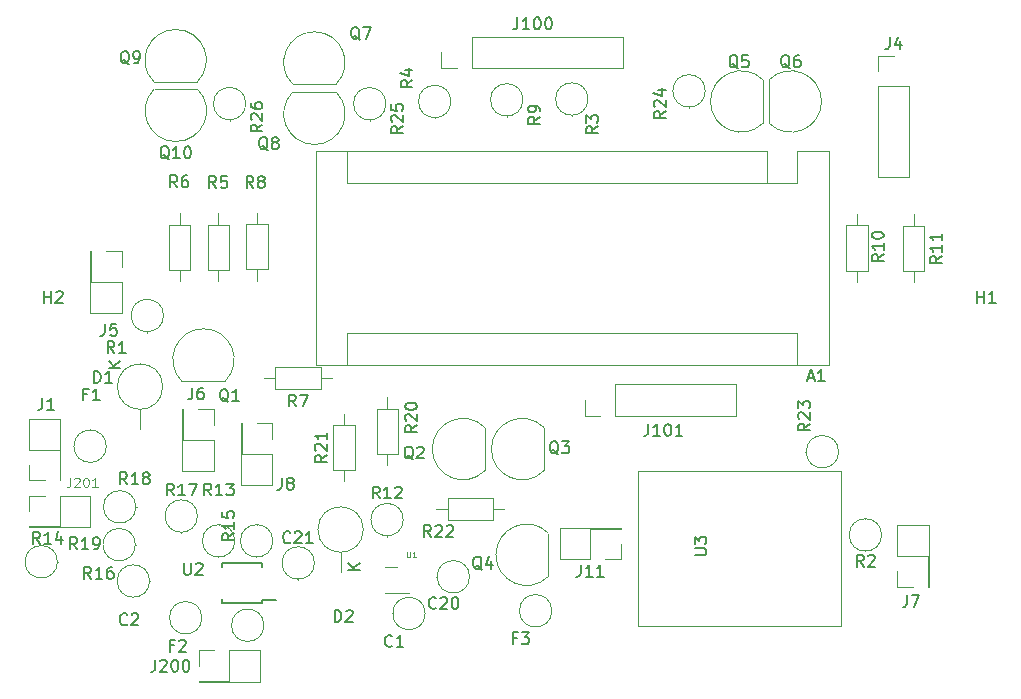
<source format=gbr>
%TF.GenerationSoftware,KiCad,Pcbnew,(5.1.9)-1*%
%TF.CreationDate,2022-03-31T17:20:55+02:00*%
%TF.ProjectId,Balance ruche,42616c61-6e63-4652-9072-756368652e6b,rev?*%
%TF.SameCoordinates,Original*%
%TF.FileFunction,Legend,Top*%
%TF.FilePolarity,Positive*%
%FSLAX46Y46*%
G04 Gerber Fmt 4.6, Leading zero omitted, Abs format (unit mm)*
G04 Created by KiCad (PCBNEW (5.1.9)-1) date 2022-03-31 17:20:55*
%MOMM*%
%LPD*%
G01*
G04 APERTURE LIST*
%ADD10C,0.120000*%
%ADD11C,0.050000*%
%ADD12C,0.150000*%
%ADD13C,0.100000*%
G04 APERTURE END LIST*
D10*
%TO.C,Q8*%
X181590000Y-82860000D02*
X177990000Y-82860000D01*
X177951522Y-82871522D02*
G75*
G03*
X179790000Y-87310000I1838478J-1838478D01*
G01*
X181628478Y-82871522D02*
G75*
G02*
X179790000Y-87310000I-1838478J-1838478D01*
G01*
%TO.C,R6*%
X167450000Y-97940000D02*
X169290000Y-97940000D01*
X169290000Y-97940000D02*
X169290000Y-94100000D01*
X169290000Y-94100000D02*
X167450000Y-94100000D01*
X167450000Y-94100000D02*
X167450000Y-97940000D01*
X168370000Y-98890000D02*
X168370000Y-97940000D01*
X168370000Y-93150000D02*
X168370000Y-94100000D01*
%TO.C,R5*%
X170740000Y-97940000D02*
X172580000Y-97940000D01*
X172580000Y-97940000D02*
X172580000Y-94100000D01*
X172580000Y-94100000D02*
X170740000Y-94100000D01*
X170740000Y-94100000D02*
X170740000Y-97940000D01*
X171660000Y-98890000D02*
X171660000Y-97940000D01*
X171660000Y-93150000D02*
X171660000Y-94100000D01*
%TO.C,A1*%
X218120000Y-90570000D02*
X220660000Y-90570000D01*
X220660000Y-90570000D02*
X220660000Y-87900000D01*
X218120000Y-87900000D02*
X179890000Y-87900000D01*
X223330000Y-87900000D02*
X220660000Y-87900000D01*
X220660000Y-103270000D02*
X220660000Y-105940000D01*
X220660000Y-103270000D02*
X182560000Y-103270000D01*
X182560000Y-103270000D02*
X182560000Y-105940000D01*
X218120000Y-90570000D02*
X218120000Y-87900000D01*
X218120000Y-90570000D02*
X182560000Y-90570000D01*
X182560000Y-90570000D02*
X182560000Y-87900000D01*
X179890000Y-87900000D02*
X179890000Y-105940000D01*
X179890000Y-105940000D02*
X223330000Y-105940000D01*
X223330000Y-105940000D02*
X223330000Y-87900000D01*
%TO.C,R21*%
X181380000Y-114880000D02*
X183220000Y-114880000D01*
X183220000Y-114880000D02*
X183220000Y-111040000D01*
X183220000Y-111040000D02*
X181380000Y-111040000D01*
X181380000Y-111040000D02*
X181380000Y-114880000D01*
X182300000Y-115830000D02*
X182300000Y-114880000D01*
X182300000Y-110090000D02*
X182300000Y-111040000D01*
%TO.C,R20*%
X186890000Y-109670000D02*
X185050000Y-109670000D01*
X185050000Y-109670000D02*
X185050000Y-113510000D01*
X185050000Y-113510000D02*
X186890000Y-113510000D01*
X186890000Y-113510000D02*
X186890000Y-109670000D01*
X185970000Y-108720000D02*
X185970000Y-109670000D01*
X185970000Y-114460000D02*
X185970000Y-113510000D01*
%TO.C,R7*%
X180320000Y-108030000D02*
X180320000Y-106190000D01*
X180320000Y-106190000D02*
X176480000Y-106190000D01*
X176480000Y-106190000D02*
X176480000Y-108030000D01*
X176480000Y-108030000D02*
X180320000Y-108030000D01*
X181270000Y-107110000D02*
X180320000Y-107110000D01*
X175530000Y-107110000D02*
X176480000Y-107110000D01*
%TO.C,R22*%
X191060000Y-117270000D02*
X191060000Y-119110000D01*
X191060000Y-119110000D02*
X194900000Y-119110000D01*
X194900000Y-119110000D02*
X194900000Y-117270000D01*
X194900000Y-117270000D02*
X191060000Y-117270000D01*
X190110000Y-118190000D02*
X191060000Y-118190000D01*
X195850000Y-118190000D02*
X194900000Y-118190000D01*
%TO.C,R8*%
X174000000Y-97880000D02*
X175840000Y-97880000D01*
X175840000Y-97880000D02*
X175840000Y-94040000D01*
X175840000Y-94040000D02*
X174000000Y-94040000D01*
X174000000Y-94040000D02*
X174000000Y-97880000D01*
X174920000Y-98830000D02*
X174920000Y-97880000D01*
X174920000Y-93090000D02*
X174920000Y-94040000D01*
%TO.C,R11*%
X229600000Y-98020000D02*
X231440000Y-98020000D01*
X231440000Y-98020000D02*
X231440000Y-94180000D01*
X231440000Y-94180000D02*
X229600000Y-94180000D01*
X229600000Y-94180000D02*
X229600000Y-98020000D01*
X230520000Y-98970000D02*
X230520000Y-98020000D01*
X230520000Y-93230000D02*
X230520000Y-94180000D01*
%TO.C,R10*%
X224800000Y-98010000D02*
X226640000Y-98010000D01*
X226640000Y-98010000D02*
X226640000Y-94170000D01*
X226640000Y-94170000D02*
X224800000Y-94170000D01*
X224800000Y-94170000D02*
X224800000Y-98010000D01*
X225720000Y-98960000D02*
X225720000Y-98010000D01*
X225720000Y-93220000D02*
X225720000Y-94170000D01*
%TO.C,C2*%
X170260000Y-127380000D02*
G75*
G03*
X170260000Y-127380000I-1370000J0D01*
G01*
X167520000Y-127380000D02*
X167450000Y-127380000D01*
%TO.C,C21*%
X179790000Y-122740000D02*
G75*
G03*
X179790000Y-122740000I-1370000J0D01*
G01*
X178420000Y-124110000D02*
X178420000Y-124180000D01*
%TO.C,C1*%
X189170000Y-127020000D02*
G75*
G03*
X189170000Y-127020000I-1370000J0D01*
G01*
X186430000Y-127020000D02*
X186360000Y-127020000D01*
%TO.C,C20*%
X192920000Y-123910000D02*
G75*
G03*
X192920000Y-123910000I-1370000J0D01*
G01*
X190180000Y-123910000D02*
X190110000Y-123910000D01*
%TO.C,R26*%
X173980000Y-83850000D02*
G75*
G03*
X173980000Y-83850000I-1370000J0D01*
G01*
X172610000Y-85220000D02*
X172610000Y-85290000D01*
%TO.C,R25*%
X185840000Y-83860000D02*
G75*
G03*
X185840000Y-83860000I-1370000J0D01*
G01*
X184470000Y-85230000D02*
X184470000Y-85300000D01*
%TO.C,R24*%
X212880000Y-82770000D02*
G75*
G03*
X212880000Y-82770000I-1370000J0D01*
G01*
X211510000Y-84140000D02*
X211510000Y-84210000D01*
%TO.C,R23*%
X224170000Y-113320000D02*
G75*
G03*
X224170000Y-113320000I-1370000J0D01*
G01*
X221430000Y-113320000D02*
X221360000Y-113320000D01*
%TO.C,R19*%
X164630000Y-121190000D02*
G75*
G03*
X164630000Y-121190000I-1370000J0D01*
G01*
X164630000Y-121190000D02*
X164700000Y-121190000D01*
%TO.C,R18*%
X164670000Y-117990000D02*
G75*
G03*
X164670000Y-117990000I-1370000J0D01*
G01*
X164670000Y-117990000D02*
X164740000Y-117990000D01*
%TO.C,R17*%
X169890000Y-118770000D02*
G75*
G03*
X169890000Y-118770000I-1370000J0D01*
G01*
X168520000Y-120140000D02*
X168520000Y-120210000D01*
%TO.C,R16*%
X165830000Y-124270000D02*
G75*
G03*
X165830000Y-124270000I-1370000J0D01*
G01*
X165830000Y-124270000D02*
X165900000Y-124270000D01*
%TO.C,R15*%
X176270000Y-120870000D02*
G75*
G03*
X176270000Y-120870000I-1370000J0D01*
G01*
X174900000Y-119500000D02*
X174900000Y-119430000D01*
%TO.C,R14*%
X158030000Y-122640000D02*
G75*
G03*
X158030000Y-122640000I-1370000J0D01*
G01*
X158030000Y-122640000D02*
X158100000Y-122640000D01*
%TO.C,R13*%
X173050000Y-120870000D02*
G75*
G03*
X173050000Y-120870000I-1370000J0D01*
G01*
X171680000Y-119500000D02*
X171680000Y-119430000D01*
%TO.C,R12*%
X187310000Y-119070000D02*
G75*
G03*
X187310000Y-119070000I-1370000J0D01*
G01*
X185940000Y-120440000D02*
X185940000Y-120510000D01*
%TO.C,R9*%
X197440000Y-83530000D02*
G75*
G03*
X197440000Y-83530000I-1370000J0D01*
G01*
X196070000Y-84900000D02*
X196070000Y-84970000D01*
%TO.C,R4*%
X191350000Y-83670000D02*
G75*
G03*
X191350000Y-83670000I-1370000J0D01*
G01*
X189980000Y-85040000D02*
X189980000Y-85110000D01*
%TO.C,R3*%
X202950000Y-83460000D02*
G75*
G03*
X202950000Y-83460000I-1370000J0D01*
G01*
X201580000Y-84830000D02*
X201580000Y-84900000D01*
%TO.C,R2*%
X227810000Y-120370000D02*
G75*
G03*
X227810000Y-120370000I-1370000J0D01*
G01*
X226440000Y-119000000D02*
X226440000Y-118930000D01*
%TO.C,R1*%
X167010000Y-101790000D02*
G75*
G03*
X167010000Y-101790000I-1370000J0D01*
G01*
X165640000Y-103160000D02*
X165640000Y-103230000D01*
%TO.C,F3*%
X199890000Y-126790000D02*
G75*
G03*
X199890000Y-126790000I-1370000J0D01*
G01*
X197150000Y-126790000D02*
X197080000Y-126790000D01*
%TO.C,F2*%
X175510000Y-128020000D02*
G75*
G03*
X175510000Y-128020000I-1370000J0D01*
G01*
X172770000Y-128020000D02*
X172700000Y-128020000D01*
%TO.C,F1*%
X162170000Y-112860000D02*
G75*
G03*
X162170000Y-112860000I-1370000J0D01*
G01*
X160800000Y-111490000D02*
X160800000Y-111420000D01*
D11*
%TO.C,U3*%
X207229200Y-114989200D02*
X224348800Y-114989200D01*
X207229200Y-128095600D02*
X224348800Y-128095600D01*
X207229200Y-114989200D02*
X207229200Y-128090800D01*
X224348800Y-114989200D02*
X224348800Y-128090800D01*
D12*
%TO.C,U2*%
X175325000Y-126135000D02*
X175325000Y-125910000D01*
X171975000Y-126135000D02*
X171975000Y-125835000D01*
X171975000Y-122785000D02*
X171975000Y-123085000D01*
X175325000Y-122785000D02*
X175325000Y-123085000D01*
X175325000Y-126135000D02*
X171975000Y-126135000D01*
X175325000Y-122785000D02*
X171975000Y-122785000D01*
X175325000Y-125910000D02*
X176550000Y-125910000D01*
D10*
%TO.C,U1*%
X187770000Y-125290000D02*
X185770000Y-125290000D01*
X185770000Y-123050000D02*
X186770000Y-123050000D01*
%TO.C,Q10*%
X169860000Y-82610000D02*
X166260000Y-82610000D01*
X166221522Y-82621522D02*
G75*
G03*
X168060000Y-87060000I1838478J-1838478D01*
G01*
X169898478Y-82621522D02*
G75*
G02*
X168060000Y-87060000I-1838478J-1838478D01*
G01*
%TO.C,Q9*%
X166240000Y-82020000D02*
X169840000Y-82020000D01*
X169878478Y-82008478D02*
G75*
G03*
X168040000Y-77570000I-1838478J1838478D01*
G01*
X166201522Y-82008478D02*
G75*
G02*
X168040000Y-77570000I1838478J1838478D01*
G01*
%TO.C,Q7*%
X177990000Y-82220000D02*
X181590000Y-82220000D01*
X181628478Y-82208478D02*
G75*
G03*
X179790000Y-77770000I-1838478J1838478D01*
G01*
X177951522Y-82208478D02*
G75*
G02*
X179790000Y-77770000I1838478J1838478D01*
G01*
%TO.C,Q6*%
X218280000Y-81870000D02*
X218280000Y-85470000D01*
X218291522Y-85508478D02*
G75*
G03*
X222730000Y-83670000I1838478J1838478D01*
G01*
X218291522Y-81831522D02*
G75*
G02*
X222730000Y-83670000I1838478J-1838478D01*
G01*
%TO.C,Q5*%
X217770000Y-85470000D02*
X217770000Y-81870000D01*
X217758478Y-81831522D02*
G75*
G03*
X213320000Y-83670000I-1838478J-1838478D01*
G01*
X217758478Y-85508478D02*
G75*
G02*
X213320000Y-83670000I-1838478J1838478D01*
G01*
%TO.C,Q4*%
X199610000Y-123850000D02*
X199610000Y-120250000D01*
X199598478Y-120211522D02*
G75*
G03*
X195160000Y-122050000I-1838478J-1838478D01*
G01*
X199598478Y-123888478D02*
G75*
G02*
X195160000Y-122050000I-1838478J1838478D01*
G01*
%TO.C,Q3*%
X199230000Y-114900000D02*
X199230000Y-111300000D01*
X199218478Y-111261522D02*
G75*
G03*
X194780000Y-113100000I-1838478J-1838478D01*
G01*
X199218478Y-114938478D02*
G75*
G02*
X194780000Y-113100000I-1838478J1838478D01*
G01*
%TO.C,Q2*%
X194220000Y-114900000D02*
X194220000Y-111300000D01*
X194208478Y-111261522D02*
G75*
G03*
X189770000Y-113100000I-1838478J-1838478D01*
G01*
X194208478Y-114938478D02*
G75*
G02*
X189770000Y-113100000I-1838478J1838478D01*
G01*
%TO.C,Q1*%
X168600000Y-107360000D02*
X172200000Y-107360000D01*
X172238478Y-107348478D02*
G75*
G03*
X170400000Y-102910000I-1838478J1838478D01*
G01*
X168561522Y-107348478D02*
G75*
G02*
X170400000Y-102910000I1838478J1838478D01*
G01*
%TO.C,J201*%
X155620000Y-119710000D02*
X160820000Y-119710000D01*
X155620000Y-119650000D02*
X155620000Y-119710000D01*
X160820000Y-117050000D02*
X160820000Y-119710000D01*
X155620000Y-119650000D02*
X158220000Y-119650000D01*
X158220000Y-119650000D02*
X158220000Y-117050000D01*
X158220000Y-117050000D02*
X160820000Y-117050000D01*
X155620000Y-118380000D02*
X155620000Y-117050000D01*
X155620000Y-117050000D02*
X156950000Y-117050000D01*
%TO.C,J200*%
X169990000Y-132790000D02*
X175190000Y-132790000D01*
X169990000Y-132730000D02*
X169990000Y-132790000D01*
X175190000Y-130130000D02*
X175190000Y-132790000D01*
X169990000Y-132730000D02*
X172590000Y-132730000D01*
X172590000Y-132730000D02*
X172590000Y-130130000D01*
X172590000Y-130130000D02*
X175190000Y-130130000D01*
X169990000Y-131460000D02*
X169990000Y-130130000D01*
X169990000Y-130130000D02*
X171320000Y-130130000D01*
%TO.C,J101*%
X215500000Y-110290000D02*
X215500000Y-107630000D01*
X205280000Y-110290000D02*
X215500000Y-110290000D01*
X205280000Y-107630000D02*
X215500000Y-107630000D01*
X205280000Y-110290000D02*
X205280000Y-107630000D01*
X204010000Y-110290000D02*
X202680000Y-110290000D01*
X202680000Y-110290000D02*
X202680000Y-108960000D01*
%TO.C,J100*%
X205900000Y-80830000D02*
X205900000Y-78170000D01*
X193140000Y-80830000D02*
X205900000Y-80830000D01*
X193140000Y-78170000D02*
X205900000Y-78170000D01*
X193140000Y-80830000D02*
X193140000Y-78170000D01*
X191870000Y-80830000D02*
X190540000Y-80830000D01*
X190540000Y-80830000D02*
X190540000Y-79500000D01*
%TO.C,J11*%
X205750000Y-119780000D02*
X200550000Y-119780000D01*
X205750000Y-119840000D02*
X205750000Y-119780000D01*
X200550000Y-122440000D02*
X200550000Y-119780000D01*
X205750000Y-119840000D02*
X203150000Y-119840000D01*
X203150000Y-119840000D02*
X203150000Y-122440000D01*
X203150000Y-122440000D02*
X200550000Y-122440000D01*
X205750000Y-121110000D02*
X205750000Y-122440000D01*
X205750000Y-122440000D02*
X204420000Y-122440000D01*
%TO.C,J8*%
X173570000Y-110900000D02*
X173570000Y-116100000D01*
X173630000Y-110900000D02*
X173570000Y-110900000D01*
X176230000Y-116100000D02*
X173570000Y-116100000D01*
X173630000Y-110900000D02*
X173630000Y-113500000D01*
X173630000Y-113500000D02*
X176230000Y-113500000D01*
X176230000Y-113500000D02*
X176230000Y-116100000D01*
X174900000Y-110900000D02*
X176230000Y-110900000D01*
X176230000Y-110900000D02*
X176230000Y-112230000D01*
%TO.C,J7*%
X231810000Y-124770000D02*
X231810000Y-119570000D01*
X231750000Y-124770000D02*
X231810000Y-124770000D01*
X229150000Y-119570000D02*
X231810000Y-119570000D01*
X231750000Y-124770000D02*
X231750000Y-122170000D01*
X231750000Y-122170000D02*
X229150000Y-122170000D01*
X229150000Y-122170000D02*
X229150000Y-119570000D01*
X230480000Y-124770000D02*
X229150000Y-124770000D01*
X229150000Y-124770000D02*
X229150000Y-123440000D01*
%TO.C,J6*%
X168600000Y-109740000D02*
X168600000Y-114940000D01*
X168660000Y-109740000D02*
X168600000Y-109740000D01*
X171260000Y-114940000D02*
X168600000Y-114940000D01*
X168660000Y-109740000D02*
X168660000Y-112340000D01*
X168660000Y-112340000D02*
X171260000Y-112340000D01*
X171260000Y-112340000D02*
X171260000Y-114940000D01*
X169930000Y-109740000D02*
X171260000Y-109740000D01*
X171260000Y-109740000D02*
X171260000Y-111070000D01*
%TO.C,J5*%
X160830000Y-96350000D02*
X160830000Y-101550000D01*
X160890000Y-96350000D02*
X160830000Y-96350000D01*
X163490000Y-101550000D02*
X160830000Y-101550000D01*
X160890000Y-96350000D02*
X160890000Y-98950000D01*
X160890000Y-98950000D02*
X163490000Y-98950000D01*
X163490000Y-98950000D02*
X163490000Y-101550000D01*
X162160000Y-96350000D02*
X163490000Y-96350000D01*
X163490000Y-96350000D02*
X163490000Y-97680000D01*
%TO.C,J4*%
X227510000Y-90070000D02*
X230170000Y-90070000D01*
X227510000Y-82390000D02*
X227510000Y-90070000D01*
X230170000Y-82390000D02*
X230170000Y-90070000D01*
X227510000Y-82390000D02*
X230170000Y-82390000D01*
X227510000Y-81120000D02*
X227510000Y-79790000D01*
X227510000Y-79790000D02*
X228840000Y-79790000D01*
%TO.C,J1*%
X158270000Y-115760000D02*
X158270000Y-110560000D01*
X158210000Y-115760000D02*
X158270000Y-115760000D01*
X155610000Y-110560000D02*
X158270000Y-110560000D01*
X158210000Y-115760000D02*
X158210000Y-113160000D01*
X158210000Y-113160000D02*
X155610000Y-113160000D01*
X155610000Y-113160000D02*
X155610000Y-110560000D01*
X156940000Y-115760000D02*
X155610000Y-115760000D01*
X155610000Y-115760000D02*
X155610000Y-114430000D01*
%TO.C,D2*%
X183930000Y-119910000D02*
G75*
G03*
X183930000Y-119910000I-1920000J0D01*
G01*
X182010000Y-121830000D02*
X182010000Y-123490000D01*
%TO.C,D1*%
X166950000Y-107810000D02*
G75*
G03*
X166950000Y-107810000I-1920000J0D01*
G01*
X165030000Y-109730000D02*
X165030000Y-111390000D01*
%TO.C,Q8*%
D12*
X175854761Y-87797619D02*
X175759523Y-87750000D01*
X175664285Y-87654761D01*
X175521428Y-87511904D01*
X175426190Y-87464285D01*
X175330952Y-87464285D01*
X175378571Y-87702380D02*
X175283333Y-87654761D01*
X175188095Y-87559523D01*
X175140476Y-87369047D01*
X175140476Y-87035714D01*
X175188095Y-86845238D01*
X175283333Y-86750000D01*
X175378571Y-86702380D01*
X175569047Y-86702380D01*
X175664285Y-86750000D01*
X175759523Y-86845238D01*
X175807142Y-87035714D01*
X175807142Y-87369047D01*
X175759523Y-87559523D01*
X175664285Y-87654761D01*
X175569047Y-87702380D01*
X175378571Y-87702380D01*
X176378571Y-87130952D02*
X176283333Y-87083333D01*
X176235714Y-87035714D01*
X176188095Y-86940476D01*
X176188095Y-86892857D01*
X176235714Y-86797619D01*
X176283333Y-86750000D01*
X176378571Y-86702380D01*
X176569047Y-86702380D01*
X176664285Y-86750000D01*
X176711904Y-86797619D01*
X176759523Y-86892857D01*
X176759523Y-86940476D01*
X176711904Y-87035714D01*
X176664285Y-87083333D01*
X176569047Y-87130952D01*
X176378571Y-87130952D01*
X176283333Y-87178571D01*
X176235714Y-87226190D01*
X176188095Y-87321428D01*
X176188095Y-87511904D01*
X176235714Y-87607142D01*
X176283333Y-87654761D01*
X176378571Y-87702380D01*
X176569047Y-87702380D01*
X176664285Y-87654761D01*
X176711904Y-87607142D01*
X176759523Y-87511904D01*
X176759523Y-87321428D01*
X176711904Y-87226190D01*
X176664285Y-87178571D01*
X176569047Y-87130952D01*
%TO.C,R6*%
X168173333Y-90932380D02*
X167840000Y-90456190D01*
X167601904Y-90932380D02*
X167601904Y-89932380D01*
X167982857Y-89932380D01*
X168078095Y-89980000D01*
X168125714Y-90027619D01*
X168173333Y-90122857D01*
X168173333Y-90265714D01*
X168125714Y-90360952D01*
X168078095Y-90408571D01*
X167982857Y-90456190D01*
X167601904Y-90456190D01*
X169030476Y-89932380D02*
X168840000Y-89932380D01*
X168744761Y-89980000D01*
X168697142Y-90027619D01*
X168601904Y-90170476D01*
X168554285Y-90360952D01*
X168554285Y-90741904D01*
X168601904Y-90837142D01*
X168649523Y-90884761D01*
X168744761Y-90932380D01*
X168935238Y-90932380D01*
X169030476Y-90884761D01*
X169078095Y-90837142D01*
X169125714Y-90741904D01*
X169125714Y-90503809D01*
X169078095Y-90408571D01*
X169030476Y-90360952D01*
X168935238Y-90313333D01*
X168744761Y-90313333D01*
X168649523Y-90360952D01*
X168601904Y-90408571D01*
X168554285Y-90503809D01*
%TO.C,R5*%
X171463333Y-90992380D02*
X171130000Y-90516190D01*
X170891904Y-90992380D02*
X170891904Y-89992380D01*
X171272857Y-89992380D01*
X171368095Y-90040000D01*
X171415714Y-90087619D01*
X171463333Y-90182857D01*
X171463333Y-90325714D01*
X171415714Y-90420952D01*
X171368095Y-90468571D01*
X171272857Y-90516190D01*
X170891904Y-90516190D01*
X172368095Y-89992380D02*
X171891904Y-89992380D01*
X171844285Y-90468571D01*
X171891904Y-90420952D01*
X171987142Y-90373333D01*
X172225238Y-90373333D01*
X172320476Y-90420952D01*
X172368095Y-90468571D01*
X172415714Y-90563809D01*
X172415714Y-90801904D01*
X172368095Y-90897142D01*
X172320476Y-90944761D01*
X172225238Y-90992380D01*
X171987142Y-90992380D01*
X171891904Y-90944761D01*
X171844285Y-90897142D01*
%TO.C,A1*%
X221575714Y-107066666D02*
X222051904Y-107066666D01*
X221480476Y-107352380D02*
X221813809Y-106352380D01*
X222147142Y-107352380D01*
X223004285Y-107352380D02*
X222432857Y-107352380D01*
X222718571Y-107352380D02*
X222718571Y-106352380D01*
X222623333Y-106495238D01*
X222528095Y-106590476D01*
X222432857Y-106638095D01*
%TO.C,R21*%
X180832380Y-113602857D02*
X180356190Y-113936190D01*
X180832380Y-114174285D02*
X179832380Y-114174285D01*
X179832380Y-113793333D01*
X179880000Y-113698095D01*
X179927619Y-113650476D01*
X180022857Y-113602857D01*
X180165714Y-113602857D01*
X180260952Y-113650476D01*
X180308571Y-113698095D01*
X180356190Y-113793333D01*
X180356190Y-114174285D01*
X179927619Y-113221904D02*
X179880000Y-113174285D01*
X179832380Y-113079047D01*
X179832380Y-112840952D01*
X179880000Y-112745714D01*
X179927619Y-112698095D01*
X180022857Y-112650476D01*
X180118095Y-112650476D01*
X180260952Y-112698095D01*
X180832380Y-113269523D01*
X180832380Y-112650476D01*
X180832380Y-111698095D02*
X180832380Y-112269523D01*
X180832380Y-111983809D02*
X179832380Y-111983809D01*
X179975238Y-112079047D01*
X180070476Y-112174285D01*
X180118095Y-112269523D01*
%TO.C,R20*%
X188472380Y-111092857D02*
X187996190Y-111426190D01*
X188472380Y-111664285D02*
X187472380Y-111664285D01*
X187472380Y-111283333D01*
X187520000Y-111188095D01*
X187567619Y-111140476D01*
X187662857Y-111092857D01*
X187805714Y-111092857D01*
X187900952Y-111140476D01*
X187948571Y-111188095D01*
X187996190Y-111283333D01*
X187996190Y-111664285D01*
X187567619Y-110711904D02*
X187520000Y-110664285D01*
X187472380Y-110569047D01*
X187472380Y-110330952D01*
X187520000Y-110235714D01*
X187567619Y-110188095D01*
X187662857Y-110140476D01*
X187758095Y-110140476D01*
X187900952Y-110188095D01*
X188472380Y-110759523D01*
X188472380Y-110140476D01*
X187472380Y-109521428D02*
X187472380Y-109426190D01*
X187520000Y-109330952D01*
X187567619Y-109283333D01*
X187662857Y-109235714D01*
X187853333Y-109188095D01*
X188091428Y-109188095D01*
X188281904Y-109235714D01*
X188377142Y-109283333D01*
X188424761Y-109330952D01*
X188472380Y-109426190D01*
X188472380Y-109521428D01*
X188424761Y-109616666D01*
X188377142Y-109664285D01*
X188281904Y-109711904D01*
X188091428Y-109759523D01*
X187853333Y-109759523D01*
X187662857Y-109711904D01*
X187567619Y-109664285D01*
X187520000Y-109616666D01*
X187472380Y-109521428D01*
%TO.C,R7*%
X178233333Y-109482380D02*
X177900000Y-109006190D01*
X177661904Y-109482380D02*
X177661904Y-108482380D01*
X178042857Y-108482380D01*
X178138095Y-108530000D01*
X178185714Y-108577619D01*
X178233333Y-108672857D01*
X178233333Y-108815714D01*
X178185714Y-108910952D01*
X178138095Y-108958571D01*
X178042857Y-109006190D01*
X177661904Y-109006190D01*
X178566666Y-108482380D02*
X179233333Y-108482380D01*
X178804761Y-109482380D01*
%TO.C,R22*%
X189657142Y-120552380D02*
X189323809Y-120076190D01*
X189085714Y-120552380D02*
X189085714Y-119552380D01*
X189466666Y-119552380D01*
X189561904Y-119600000D01*
X189609523Y-119647619D01*
X189657142Y-119742857D01*
X189657142Y-119885714D01*
X189609523Y-119980952D01*
X189561904Y-120028571D01*
X189466666Y-120076190D01*
X189085714Y-120076190D01*
X190038095Y-119647619D02*
X190085714Y-119600000D01*
X190180952Y-119552380D01*
X190419047Y-119552380D01*
X190514285Y-119600000D01*
X190561904Y-119647619D01*
X190609523Y-119742857D01*
X190609523Y-119838095D01*
X190561904Y-119980952D01*
X189990476Y-120552380D01*
X190609523Y-120552380D01*
X190990476Y-119647619D02*
X191038095Y-119600000D01*
X191133333Y-119552380D01*
X191371428Y-119552380D01*
X191466666Y-119600000D01*
X191514285Y-119647619D01*
X191561904Y-119742857D01*
X191561904Y-119838095D01*
X191514285Y-119980952D01*
X190942857Y-120552380D01*
X191561904Y-120552380D01*
%TO.C,R8*%
X174613333Y-90992380D02*
X174280000Y-90516190D01*
X174041904Y-90992380D02*
X174041904Y-89992380D01*
X174422857Y-89992380D01*
X174518095Y-90040000D01*
X174565714Y-90087619D01*
X174613333Y-90182857D01*
X174613333Y-90325714D01*
X174565714Y-90420952D01*
X174518095Y-90468571D01*
X174422857Y-90516190D01*
X174041904Y-90516190D01*
X175184761Y-90420952D02*
X175089523Y-90373333D01*
X175041904Y-90325714D01*
X174994285Y-90230476D01*
X174994285Y-90182857D01*
X175041904Y-90087619D01*
X175089523Y-90040000D01*
X175184761Y-89992380D01*
X175375238Y-89992380D01*
X175470476Y-90040000D01*
X175518095Y-90087619D01*
X175565714Y-90182857D01*
X175565714Y-90230476D01*
X175518095Y-90325714D01*
X175470476Y-90373333D01*
X175375238Y-90420952D01*
X175184761Y-90420952D01*
X175089523Y-90468571D01*
X175041904Y-90516190D01*
X174994285Y-90611428D01*
X174994285Y-90801904D01*
X175041904Y-90897142D01*
X175089523Y-90944761D01*
X175184761Y-90992380D01*
X175375238Y-90992380D01*
X175470476Y-90944761D01*
X175518095Y-90897142D01*
X175565714Y-90801904D01*
X175565714Y-90611428D01*
X175518095Y-90516190D01*
X175470476Y-90468571D01*
X175375238Y-90420952D01*
%TO.C,R11*%
X232892380Y-96762857D02*
X232416190Y-97096190D01*
X232892380Y-97334285D02*
X231892380Y-97334285D01*
X231892380Y-96953333D01*
X231940000Y-96858095D01*
X231987619Y-96810476D01*
X232082857Y-96762857D01*
X232225714Y-96762857D01*
X232320952Y-96810476D01*
X232368571Y-96858095D01*
X232416190Y-96953333D01*
X232416190Y-97334285D01*
X232892380Y-95810476D02*
X232892380Y-96381904D01*
X232892380Y-96096190D02*
X231892380Y-96096190D01*
X232035238Y-96191428D01*
X232130476Y-96286666D01*
X232178095Y-96381904D01*
X232892380Y-94858095D02*
X232892380Y-95429523D01*
X232892380Y-95143809D02*
X231892380Y-95143809D01*
X232035238Y-95239047D01*
X232130476Y-95334285D01*
X232178095Y-95429523D01*
%TO.C,R10*%
X227982380Y-96612857D02*
X227506190Y-96946190D01*
X227982380Y-97184285D02*
X226982380Y-97184285D01*
X226982380Y-96803333D01*
X227030000Y-96708095D01*
X227077619Y-96660476D01*
X227172857Y-96612857D01*
X227315714Y-96612857D01*
X227410952Y-96660476D01*
X227458571Y-96708095D01*
X227506190Y-96803333D01*
X227506190Y-97184285D01*
X227982380Y-95660476D02*
X227982380Y-96231904D01*
X227982380Y-95946190D02*
X226982380Y-95946190D01*
X227125238Y-96041428D01*
X227220476Y-96136666D01*
X227268095Y-96231904D01*
X226982380Y-95041428D02*
X226982380Y-94946190D01*
X227030000Y-94850952D01*
X227077619Y-94803333D01*
X227172857Y-94755714D01*
X227363333Y-94708095D01*
X227601428Y-94708095D01*
X227791904Y-94755714D01*
X227887142Y-94803333D01*
X227934761Y-94850952D01*
X227982380Y-94946190D01*
X227982380Y-95041428D01*
X227934761Y-95136666D01*
X227887142Y-95184285D01*
X227791904Y-95231904D01*
X227601428Y-95279523D01*
X227363333Y-95279523D01*
X227172857Y-95231904D01*
X227077619Y-95184285D01*
X227030000Y-95136666D01*
X226982380Y-95041428D01*
%TO.C,C2*%
X163933333Y-127917142D02*
X163885714Y-127964761D01*
X163742857Y-128012380D01*
X163647619Y-128012380D01*
X163504761Y-127964761D01*
X163409523Y-127869523D01*
X163361904Y-127774285D01*
X163314285Y-127583809D01*
X163314285Y-127440952D01*
X163361904Y-127250476D01*
X163409523Y-127155238D01*
X163504761Y-127060000D01*
X163647619Y-127012380D01*
X163742857Y-127012380D01*
X163885714Y-127060000D01*
X163933333Y-127107619D01*
X164314285Y-127107619D02*
X164361904Y-127060000D01*
X164457142Y-127012380D01*
X164695238Y-127012380D01*
X164790476Y-127060000D01*
X164838095Y-127107619D01*
X164885714Y-127202857D01*
X164885714Y-127298095D01*
X164838095Y-127440952D01*
X164266666Y-128012380D01*
X164885714Y-128012380D01*
%TO.C,C21*%
X177747142Y-120977142D02*
X177699523Y-121024761D01*
X177556666Y-121072380D01*
X177461428Y-121072380D01*
X177318571Y-121024761D01*
X177223333Y-120929523D01*
X177175714Y-120834285D01*
X177128095Y-120643809D01*
X177128095Y-120500952D01*
X177175714Y-120310476D01*
X177223333Y-120215238D01*
X177318571Y-120120000D01*
X177461428Y-120072380D01*
X177556666Y-120072380D01*
X177699523Y-120120000D01*
X177747142Y-120167619D01*
X178128095Y-120167619D02*
X178175714Y-120120000D01*
X178270952Y-120072380D01*
X178509047Y-120072380D01*
X178604285Y-120120000D01*
X178651904Y-120167619D01*
X178699523Y-120262857D01*
X178699523Y-120358095D01*
X178651904Y-120500952D01*
X178080476Y-121072380D01*
X178699523Y-121072380D01*
X179651904Y-121072380D02*
X179080476Y-121072380D01*
X179366190Y-121072380D02*
X179366190Y-120072380D01*
X179270952Y-120215238D01*
X179175714Y-120310476D01*
X179080476Y-120358095D01*
%TO.C,C1*%
X186363333Y-129747142D02*
X186315714Y-129794761D01*
X186172857Y-129842380D01*
X186077619Y-129842380D01*
X185934761Y-129794761D01*
X185839523Y-129699523D01*
X185791904Y-129604285D01*
X185744285Y-129413809D01*
X185744285Y-129270952D01*
X185791904Y-129080476D01*
X185839523Y-128985238D01*
X185934761Y-128890000D01*
X186077619Y-128842380D01*
X186172857Y-128842380D01*
X186315714Y-128890000D01*
X186363333Y-128937619D01*
X187315714Y-129842380D02*
X186744285Y-129842380D01*
X187030000Y-129842380D02*
X187030000Y-128842380D01*
X186934761Y-128985238D01*
X186839523Y-129080476D01*
X186744285Y-129128095D01*
%TO.C,C20*%
X190077142Y-126547142D02*
X190029523Y-126594761D01*
X189886666Y-126642380D01*
X189791428Y-126642380D01*
X189648571Y-126594761D01*
X189553333Y-126499523D01*
X189505714Y-126404285D01*
X189458095Y-126213809D01*
X189458095Y-126070952D01*
X189505714Y-125880476D01*
X189553333Y-125785238D01*
X189648571Y-125690000D01*
X189791428Y-125642380D01*
X189886666Y-125642380D01*
X190029523Y-125690000D01*
X190077142Y-125737619D01*
X190458095Y-125737619D02*
X190505714Y-125690000D01*
X190600952Y-125642380D01*
X190839047Y-125642380D01*
X190934285Y-125690000D01*
X190981904Y-125737619D01*
X191029523Y-125832857D01*
X191029523Y-125928095D01*
X190981904Y-126070952D01*
X190410476Y-126642380D01*
X191029523Y-126642380D01*
X191648571Y-125642380D02*
X191743809Y-125642380D01*
X191839047Y-125690000D01*
X191886666Y-125737619D01*
X191934285Y-125832857D01*
X191981904Y-126023333D01*
X191981904Y-126261428D01*
X191934285Y-126451904D01*
X191886666Y-126547142D01*
X191839047Y-126594761D01*
X191743809Y-126642380D01*
X191648571Y-126642380D01*
X191553333Y-126594761D01*
X191505714Y-126547142D01*
X191458095Y-126451904D01*
X191410476Y-126261428D01*
X191410476Y-126023333D01*
X191458095Y-125832857D01*
X191505714Y-125737619D01*
X191553333Y-125690000D01*
X191648571Y-125642380D01*
%TO.C,R26*%
X175382380Y-85622857D02*
X174906190Y-85956190D01*
X175382380Y-86194285D02*
X174382380Y-86194285D01*
X174382380Y-85813333D01*
X174430000Y-85718095D01*
X174477619Y-85670476D01*
X174572857Y-85622857D01*
X174715714Y-85622857D01*
X174810952Y-85670476D01*
X174858571Y-85718095D01*
X174906190Y-85813333D01*
X174906190Y-86194285D01*
X174477619Y-85241904D02*
X174430000Y-85194285D01*
X174382380Y-85099047D01*
X174382380Y-84860952D01*
X174430000Y-84765714D01*
X174477619Y-84718095D01*
X174572857Y-84670476D01*
X174668095Y-84670476D01*
X174810952Y-84718095D01*
X175382380Y-85289523D01*
X175382380Y-84670476D01*
X174382380Y-83813333D02*
X174382380Y-84003809D01*
X174430000Y-84099047D01*
X174477619Y-84146666D01*
X174620476Y-84241904D01*
X174810952Y-84289523D01*
X175191904Y-84289523D01*
X175287142Y-84241904D01*
X175334761Y-84194285D01*
X175382380Y-84099047D01*
X175382380Y-83908571D01*
X175334761Y-83813333D01*
X175287142Y-83765714D01*
X175191904Y-83718095D01*
X174953809Y-83718095D01*
X174858571Y-83765714D01*
X174810952Y-83813333D01*
X174763333Y-83908571D01*
X174763333Y-84099047D01*
X174810952Y-84194285D01*
X174858571Y-84241904D01*
X174953809Y-84289523D01*
%TO.C,R25*%
X187292380Y-85772857D02*
X186816190Y-86106190D01*
X187292380Y-86344285D02*
X186292380Y-86344285D01*
X186292380Y-85963333D01*
X186340000Y-85868095D01*
X186387619Y-85820476D01*
X186482857Y-85772857D01*
X186625714Y-85772857D01*
X186720952Y-85820476D01*
X186768571Y-85868095D01*
X186816190Y-85963333D01*
X186816190Y-86344285D01*
X186387619Y-85391904D02*
X186340000Y-85344285D01*
X186292380Y-85249047D01*
X186292380Y-85010952D01*
X186340000Y-84915714D01*
X186387619Y-84868095D01*
X186482857Y-84820476D01*
X186578095Y-84820476D01*
X186720952Y-84868095D01*
X187292380Y-85439523D01*
X187292380Y-84820476D01*
X186292380Y-83915714D02*
X186292380Y-84391904D01*
X186768571Y-84439523D01*
X186720952Y-84391904D01*
X186673333Y-84296666D01*
X186673333Y-84058571D01*
X186720952Y-83963333D01*
X186768571Y-83915714D01*
X186863809Y-83868095D01*
X187101904Y-83868095D01*
X187197142Y-83915714D01*
X187244761Y-83963333D01*
X187292380Y-84058571D01*
X187292380Y-84296666D01*
X187244761Y-84391904D01*
X187197142Y-84439523D01*
%TO.C,R24*%
X209532380Y-84502857D02*
X209056190Y-84836190D01*
X209532380Y-85074285D02*
X208532380Y-85074285D01*
X208532380Y-84693333D01*
X208580000Y-84598095D01*
X208627619Y-84550476D01*
X208722857Y-84502857D01*
X208865714Y-84502857D01*
X208960952Y-84550476D01*
X209008571Y-84598095D01*
X209056190Y-84693333D01*
X209056190Y-85074285D01*
X208627619Y-84121904D02*
X208580000Y-84074285D01*
X208532380Y-83979047D01*
X208532380Y-83740952D01*
X208580000Y-83645714D01*
X208627619Y-83598095D01*
X208722857Y-83550476D01*
X208818095Y-83550476D01*
X208960952Y-83598095D01*
X209532380Y-84169523D01*
X209532380Y-83550476D01*
X208865714Y-82693333D02*
X209532380Y-82693333D01*
X208484761Y-82931428D02*
X209199047Y-83169523D01*
X209199047Y-82550476D01*
%TO.C,R23*%
X221742380Y-110942857D02*
X221266190Y-111276190D01*
X221742380Y-111514285D02*
X220742380Y-111514285D01*
X220742380Y-111133333D01*
X220790000Y-111038095D01*
X220837619Y-110990476D01*
X220932857Y-110942857D01*
X221075714Y-110942857D01*
X221170952Y-110990476D01*
X221218571Y-111038095D01*
X221266190Y-111133333D01*
X221266190Y-111514285D01*
X220837619Y-110561904D02*
X220790000Y-110514285D01*
X220742380Y-110419047D01*
X220742380Y-110180952D01*
X220790000Y-110085714D01*
X220837619Y-110038095D01*
X220932857Y-109990476D01*
X221028095Y-109990476D01*
X221170952Y-110038095D01*
X221742380Y-110609523D01*
X221742380Y-109990476D01*
X220742380Y-109657142D02*
X220742380Y-109038095D01*
X221123333Y-109371428D01*
X221123333Y-109228571D01*
X221170952Y-109133333D01*
X221218571Y-109085714D01*
X221313809Y-109038095D01*
X221551904Y-109038095D01*
X221647142Y-109085714D01*
X221694761Y-109133333D01*
X221742380Y-109228571D01*
X221742380Y-109514285D01*
X221694761Y-109609523D01*
X221647142Y-109657142D01*
%TO.C,R19*%
X159697142Y-121572380D02*
X159363809Y-121096190D01*
X159125714Y-121572380D02*
X159125714Y-120572380D01*
X159506666Y-120572380D01*
X159601904Y-120620000D01*
X159649523Y-120667619D01*
X159697142Y-120762857D01*
X159697142Y-120905714D01*
X159649523Y-121000952D01*
X159601904Y-121048571D01*
X159506666Y-121096190D01*
X159125714Y-121096190D01*
X160649523Y-121572380D02*
X160078095Y-121572380D01*
X160363809Y-121572380D02*
X160363809Y-120572380D01*
X160268571Y-120715238D01*
X160173333Y-120810476D01*
X160078095Y-120858095D01*
X161125714Y-121572380D02*
X161316190Y-121572380D01*
X161411428Y-121524761D01*
X161459047Y-121477142D01*
X161554285Y-121334285D01*
X161601904Y-121143809D01*
X161601904Y-120762857D01*
X161554285Y-120667619D01*
X161506666Y-120620000D01*
X161411428Y-120572380D01*
X161220952Y-120572380D01*
X161125714Y-120620000D01*
X161078095Y-120667619D01*
X161030476Y-120762857D01*
X161030476Y-121000952D01*
X161078095Y-121096190D01*
X161125714Y-121143809D01*
X161220952Y-121191428D01*
X161411428Y-121191428D01*
X161506666Y-121143809D01*
X161554285Y-121096190D01*
X161601904Y-121000952D01*
%TO.C,R18*%
X163927142Y-116072380D02*
X163593809Y-115596190D01*
X163355714Y-116072380D02*
X163355714Y-115072380D01*
X163736666Y-115072380D01*
X163831904Y-115120000D01*
X163879523Y-115167619D01*
X163927142Y-115262857D01*
X163927142Y-115405714D01*
X163879523Y-115500952D01*
X163831904Y-115548571D01*
X163736666Y-115596190D01*
X163355714Y-115596190D01*
X164879523Y-116072380D02*
X164308095Y-116072380D01*
X164593809Y-116072380D02*
X164593809Y-115072380D01*
X164498571Y-115215238D01*
X164403333Y-115310476D01*
X164308095Y-115358095D01*
X165450952Y-115500952D02*
X165355714Y-115453333D01*
X165308095Y-115405714D01*
X165260476Y-115310476D01*
X165260476Y-115262857D01*
X165308095Y-115167619D01*
X165355714Y-115120000D01*
X165450952Y-115072380D01*
X165641428Y-115072380D01*
X165736666Y-115120000D01*
X165784285Y-115167619D01*
X165831904Y-115262857D01*
X165831904Y-115310476D01*
X165784285Y-115405714D01*
X165736666Y-115453333D01*
X165641428Y-115500952D01*
X165450952Y-115500952D01*
X165355714Y-115548571D01*
X165308095Y-115596190D01*
X165260476Y-115691428D01*
X165260476Y-115881904D01*
X165308095Y-115977142D01*
X165355714Y-116024761D01*
X165450952Y-116072380D01*
X165641428Y-116072380D01*
X165736666Y-116024761D01*
X165784285Y-115977142D01*
X165831904Y-115881904D01*
X165831904Y-115691428D01*
X165784285Y-115596190D01*
X165736666Y-115548571D01*
X165641428Y-115500952D01*
%TO.C,R17*%
X167887142Y-117022380D02*
X167553809Y-116546190D01*
X167315714Y-117022380D02*
X167315714Y-116022380D01*
X167696666Y-116022380D01*
X167791904Y-116070000D01*
X167839523Y-116117619D01*
X167887142Y-116212857D01*
X167887142Y-116355714D01*
X167839523Y-116450952D01*
X167791904Y-116498571D01*
X167696666Y-116546190D01*
X167315714Y-116546190D01*
X168839523Y-117022380D02*
X168268095Y-117022380D01*
X168553809Y-117022380D02*
X168553809Y-116022380D01*
X168458571Y-116165238D01*
X168363333Y-116260476D01*
X168268095Y-116308095D01*
X169172857Y-116022380D02*
X169839523Y-116022380D01*
X169410952Y-117022380D01*
%TO.C,R16*%
X160877142Y-124082380D02*
X160543809Y-123606190D01*
X160305714Y-124082380D02*
X160305714Y-123082380D01*
X160686666Y-123082380D01*
X160781904Y-123130000D01*
X160829523Y-123177619D01*
X160877142Y-123272857D01*
X160877142Y-123415714D01*
X160829523Y-123510952D01*
X160781904Y-123558571D01*
X160686666Y-123606190D01*
X160305714Y-123606190D01*
X161829523Y-124082380D02*
X161258095Y-124082380D01*
X161543809Y-124082380D02*
X161543809Y-123082380D01*
X161448571Y-123225238D01*
X161353333Y-123320476D01*
X161258095Y-123368095D01*
X162686666Y-123082380D02*
X162496190Y-123082380D01*
X162400952Y-123130000D01*
X162353333Y-123177619D01*
X162258095Y-123320476D01*
X162210476Y-123510952D01*
X162210476Y-123891904D01*
X162258095Y-123987142D01*
X162305714Y-124034761D01*
X162400952Y-124082380D01*
X162591428Y-124082380D01*
X162686666Y-124034761D01*
X162734285Y-123987142D01*
X162781904Y-123891904D01*
X162781904Y-123653809D01*
X162734285Y-123558571D01*
X162686666Y-123510952D01*
X162591428Y-123463333D01*
X162400952Y-123463333D01*
X162305714Y-123510952D01*
X162258095Y-123558571D01*
X162210476Y-123653809D01*
%TO.C,R15*%
X172982380Y-120242857D02*
X172506190Y-120576190D01*
X172982380Y-120814285D02*
X171982380Y-120814285D01*
X171982380Y-120433333D01*
X172030000Y-120338095D01*
X172077619Y-120290476D01*
X172172857Y-120242857D01*
X172315714Y-120242857D01*
X172410952Y-120290476D01*
X172458571Y-120338095D01*
X172506190Y-120433333D01*
X172506190Y-120814285D01*
X172982380Y-119290476D02*
X172982380Y-119861904D01*
X172982380Y-119576190D02*
X171982380Y-119576190D01*
X172125238Y-119671428D01*
X172220476Y-119766666D01*
X172268095Y-119861904D01*
X171982380Y-118385714D02*
X171982380Y-118861904D01*
X172458571Y-118909523D01*
X172410952Y-118861904D01*
X172363333Y-118766666D01*
X172363333Y-118528571D01*
X172410952Y-118433333D01*
X172458571Y-118385714D01*
X172553809Y-118338095D01*
X172791904Y-118338095D01*
X172887142Y-118385714D01*
X172934761Y-118433333D01*
X172982380Y-118528571D01*
X172982380Y-118766666D01*
X172934761Y-118861904D01*
X172887142Y-118909523D01*
%TO.C,R14*%
X156547142Y-121112380D02*
X156213809Y-120636190D01*
X155975714Y-121112380D02*
X155975714Y-120112380D01*
X156356666Y-120112380D01*
X156451904Y-120160000D01*
X156499523Y-120207619D01*
X156547142Y-120302857D01*
X156547142Y-120445714D01*
X156499523Y-120540952D01*
X156451904Y-120588571D01*
X156356666Y-120636190D01*
X155975714Y-120636190D01*
X157499523Y-121112380D02*
X156928095Y-121112380D01*
X157213809Y-121112380D02*
X157213809Y-120112380D01*
X157118571Y-120255238D01*
X157023333Y-120350476D01*
X156928095Y-120398095D01*
X158356666Y-120445714D02*
X158356666Y-121112380D01*
X158118571Y-120064761D02*
X157880476Y-120779047D01*
X158499523Y-120779047D01*
%TO.C,R13*%
X171047142Y-117022380D02*
X170713809Y-116546190D01*
X170475714Y-117022380D02*
X170475714Y-116022380D01*
X170856666Y-116022380D01*
X170951904Y-116070000D01*
X170999523Y-116117619D01*
X171047142Y-116212857D01*
X171047142Y-116355714D01*
X170999523Y-116450952D01*
X170951904Y-116498571D01*
X170856666Y-116546190D01*
X170475714Y-116546190D01*
X171999523Y-117022380D02*
X171428095Y-117022380D01*
X171713809Y-117022380D02*
X171713809Y-116022380D01*
X171618571Y-116165238D01*
X171523333Y-116260476D01*
X171428095Y-116308095D01*
X172332857Y-116022380D02*
X172951904Y-116022380D01*
X172618571Y-116403333D01*
X172761428Y-116403333D01*
X172856666Y-116450952D01*
X172904285Y-116498571D01*
X172951904Y-116593809D01*
X172951904Y-116831904D01*
X172904285Y-116927142D01*
X172856666Y-116974761D01*
X172761428Y-117022380D01*
X172475714Y-117022380D01*
X172380476Y-116974761D01*
X172332857Y-116927142D01*
%TO.C,R12*%
X185307142Y-117282380D02*
X184973809Y-116806190D01*
X184735714Y-117282380D02*
X184735714Y-116282380D01*
X185116666Y-116282380D01*
X185211904Y-116330000D01*
X185259523Y-116377619D01*
X185307142Y-116472857D01*
X185307142Y-116615714D01*
X185259523Y-116710952D01*
X185211904Y-116758571D01*
X185116666Y-116806190D01*
X184735714Y-116806190D01*
X186259523Y-117282380D02*
X185688095Y-117282380D01*
X185973809Y-117282380D02*
X185973809Y-116282380D01*
X185878571Y-116425238D01*
X185783333Y-116520476D01*
X185688095Y-116568095D01*
X186640476Y-116377619D02*
X186688095Y-116330000D01*
X186783333Y-116282380D01*
X187021428Y-116282380D01*
X187116666Y-116330000D01*
X187164285Y-116377619D01*
X187211904Y-116472857D01*
X187211904Y-116568095D01*
X187164285Y-116710952D01*
X186592857Y-117282380D01*
X187211904Y-117282380D01*
%TO.C,R9*%
X198892380Y-84966666D02*
X198416190Y-85300000D01*
X198892380Y-85538095D02*
X197892380Y-85538095D01*
X197892380Y-85157142D01*
X197940000Y-85061904D01*
X197987619Y-85014285D01*
X198082857Y-84966666D01*
X198225714Y-84966666D01*
X198320952Y-85014285D01*
X198368571Y-85061904D01*
X198416190Y-85157142D01*
X198416190Y-85538095D01*
X198892380Y-84490476D02*
X198892380Y-84300000D01*
X198844761Y-84204761D01*
X198797142Y-84157142D01*
X198654285Y-84061904D01*
X198463809Y-84014285D01*
X198082857Y-84014285D01*
X197987619Y-84061904D01*
X197940000Y-84109523D01*
X197892380Y-84204761D01*
X197892380Y-84395238D01*
X197940000Y-84490476D01*
X197987619Y-84538095D01*
X198082857Y-84585714D01*
X198320952Y-84585714D01*
X198416190Y-84538095D01*
X198463809Y-84490476D01*
X198511428Y-84395238D01*
X198511428Y-84204761D01*
X198463809Y-84109523D01*
X198416190Y-84061904D01*
X198320952Y-84014285D01*
%TO.C,R4*%
X188092380Y-81866666D02*
X187616190Y-82200000D01*
X188092380Y-82438095D02*
X187092380Y-82438095D01*
X187092380Y-82057142D01*
X187140000Y-81961904D01*
X187187619Y-81914285D01*
X187282857Y-81866666D01*
X187425714Y-81866666D01*
X187520952Y-81914285D01*
X187568571Y-81961904D01*
X187616190Y-82057142D01*
X187616190Y-82438095D01*
X187425714Y-81009523D02*
X188092380Y-81009523D01*
X187044761Y-81247619D02*
X187759047Y-81485714D01*
X187759047Y-80866666D01*
%TO.C,R3*%
X203792380Y-85786666D02*
X203316190Y-86120000D01*
X203792380Y-86358095D02*
X202792380Y-86358095D01*
X202792380Y-85977142D01*
X202840000Y-85881904D01*
X202887619Y-85834285D01*
X202982857Y-85786666D01*
X203125714Y-85786666D01*
X203220952Y-85834285D01*
X203268571Y-85881904D01*
X203316190Y-85977142D01*
X203316190Y-86358095D01*
X202792380Y-85453333D02*
X202792380Y-84834285D01*
X203173333Y-85167619D01*
X203173333Y-85024761D01*
X203220952Y-84929523D01*
X203268571Y-84881904D01*
X203363809Y-84834285D01*
X203601904Y-84834285D01*
X203697142Y-84881904D01*
X203744761Y-84929523D01*
X203792380Y-85024761D01*
X203792380Y-85310476D01*
X203744761Y-85405714D01*
X203697142Y-85453333D01*
%TO.C,R2*%
X226293333Y-123042380D02*
X225960000Y-122566190D01*
X225721904Y-123042380D02*
X225721904Y-122042380D01*
X226102857Y-122042380D01*
X226198095Y-122090000D01*
X226245714Y-122137619D01*
X226293333Y-122232857D01*
X226293333Y-122375714D01*
X226245714Y-122470952D01*
X226198095Y-122518571D01*
X226102857Y-122566190D01*
X225721904Y-122566190D01*
X226674285Y-122137619D02*
X226721904Y-122090000D01*
X226817142Y-122042380D01*
X227055238Y-122042380D01*
X227150476Y-122090000D01*
X227198095Y-122137619D01*
X227245714Y-122232857D01*
X227245714Y-122328095D01*
X227198095Y-122470952D01*
X226626666Y-123042380D01*
X227245714Y-123042380D01*
%TO.C,R1*%
X162853333Y-104972380D02*
X162520000Y-104496190D01*
X162281904Y-104972380D02*
X162281904Y-103972380D01*
X162662857Y-103972380D01*
X162758095Y-104020000D01*
X162805714Y-104067619D01*
X162853333Y-104162857D01*
X162853333Y-104305714D01*
X162805714Y-104400952D01*
X162758095Y-104448571D01*
X162662857Y-104496190D01*
X162281904Y-104496190D01*
X163805714Y-104972380D02*
X163234285Y-104972380D01*
X163520000Y-104972380D02*
X163520000Y-103972380D01*
X163424761Y-104115238D01*
X163329523Y-104210476D01*
X163234285Y-104258095D01*
%TO.C,F3*%
X196916666Y-129088571D02*
X196583333Y-129088571D01*
X196583333Y-129612380D02*
X196583333Y-128612380D01*
X197059523Y-128612380D01*
X197345238Y-128612380D02*
X197964285Y-128612380D01*
X197630952Y-128993333D01*
X197773809Y-128993333D01*
X197869047Y-129040952D01*
X197916666Y-129088571D01*
X197964285Y-129183809D01*
X197964285Y-129421904D01*
X197916666Y-129517142D01*
X197869047Y-129564761D01*
X197773809Y-129612380D01*
X197488095Y-129612380D01*
X197392857Y-129564761D01*
X197345238Y-129517142D01*
%TO.C,F2*%
X167866666Y-129728571D02*
X167533333Y-129728571D01*
X167533333Y-130252380D02*
X167533333Y-129252380D01*
X168009523Y-129252380D01*
X168342857Y-129347619D02*
X168390476Y-129300000D01*
X168485714Y-129252380D01*
X168723809Y-129252380D01*
X168819047Y-129300000D01*
X168866666Y-129347619D01*
X168914285Y-129442857D01*
X168914285Y-129538095D01*
X168866666Y-129680952D01*
X168295238Y-130252380D01*
X168914285Y-130252380D01*
%TO.C,F1*%
X160566666Y-108458571D02*
X160233333Y-108458571D01*
X160233333Y-108982380D02*
X160233333Y-107982380D01*
X160709523Y-107982380D01*
X161614285Y-108982380D02*
X161042857Y-108982380D01*
X161328571Y-108982380D02*
X161328571Y-107982380D01*
X161233333Y-108125238D01*
X161138095Y-108220476D01*
X161042857Y-108268095D01*
%TO.C,U3*%
X211982380Y-122081904D02*
X212791904Y-122081904D01*
X212887142Y-122034285D01*
X212934761Y-121986666D01*
X212982380Y-121891428D01*
X212982380Y-121700952D01*
X212934761Y-121605714D01*
X212887142Y-121558095D01*
X212791904Y-121510476D01*
X211982380Y-121510476D01*
X211982380Y-121129523D02*
X211982380Y-120510476D01*
X212363333Y-120843809D01*
X212363333Y-120700952D01*
X212410952Y-120605714D01*
X212458571Y-120558095D01*
X212553809Y-120510476D01*
X212791904Y-120510476D01*
X212887142Y-120558095D01*
X212934761Y-120605714D01*
X212982380Y-120700952D01*
X212982380Y-120986666D01*
X212934761Y-121081904D01*
X212887142Y-121129523D01*
%TO.C,U2*%
X168748095Y-122752380D02*
X168748095Y-123561904D01*
X168795714Y-123657142D01*
X168843333Y-123704761D01*
X168938571Y-123752380D01*
X169129047Y-123752380D01*
X169224285Y-123704761D01*
X169271904Y-123657142D01*
X169319523Y-123561904D01*
X169319523Y-122752380D01*
X169748095Y-122847619D02*
X169795714Y-122800000D01*
X169890952Y-122752380D01*
X170129047Y-122752380D01*
X170224285Y-122800000D01*
X170271904Y-122847619D01*
X170319523Y-122942857D01*
X170319523Y-123038095D01*
X170271904Y-123180952D01*
X169700476Y-123752380D01*
X170319523Y-123752380D01*
%TO.C,U1*%
D13*
X187609047Y-121776190D02*
X187609047Y-122180952D01*
X187632857Y-122228571D01*
X187656666Y-122252380D01*
X187704285Y-122276190D01*
X187799523Y-122276190D01*
X187847142Y-122252380D01*
X187870952Y-122228571D01*
X187894761Y-122180952D01*
X187894761Y-121776190D01*
X188394761Y-122276190D02*
X188109047Y-122276190D01*
X188251904Y-122276190D02*
X188251904Y-121776190D01*
X188204285Y-121847619D01*
X188156666Y-121895238D01*
X188109047Y-121919047D01*
%TO.C,Q10*%
D12*
X167488571Y-88567619D02*
X167393333Y-88520000D01*
X167298095Y-88424761D01*
X167155238Y-88281904D01*
X167060000Y-88234285D01*
X166964761Y-88234285D01*
X167012380Y-88472380D02*
X166917142Y-88424761D01*
X166821904Y-88329523D01*
X166774285Y-88139047D01*
X166774285Y-87805714D01*
X166821904Y-87615238D01*
X166917142Y-87520000D01*
X167012380Y-87472380D01*
X167202857Y-87472380D01*
X167298095Y-87520000D01*
X167393333Y-87615238D01*
X167440952Y-87805714D01*
X167440952Y-88139047D01*
X167393333Y-88329523D01*
X167298095Y-88424761D01*
X167202857Y-88472380D01*
X167012380Y-88472380D01*
X168393333Y-88472380D02*
X167821904Y-88472380D01*
X168107619Y-88472380D02*
X168107619Y-87472380D01*
X168012380Y-87615238D01*
X167917142Y-87710476D01*
X167821904Y-87758095D01*
X169012380Y-87472380D02*
X169107619Y-87472380D01*
X169202857Y-87520000D01*
X169250476Y-87567619D01*
X169298095Y-87662857D01*
X169345714Y-87853333D01*
X169345714Y-88091428D01*
X169298095Y-88281904D01*
X169250476Y-88377142D01*
X169202857Y-88424761D01*
X169107619Y-88472380D01*
X169012380Y-88472380D01*
X168917142Y-88424761D01*
X168869523Y-88377142D01*
X168821904Y-88281904D01*
X168774285Y-88091428D01*
X168774285Y-87853333D01*
X168821904Y-87662857D01*
X168869523Y-87567619D01*
X168917142Y-87520000D01*
X169012380Y-87472380D01*
%TO.C,Q9*%
X164114761Y-80517619D02*
X164019523Y-80470000D01*
X163924285Y-80374761D01*
X163781428Y-80231904D01*
X163686190Y-80184285D01*
X163590952Y-80184285D01*
X163638571Y-80422380D02*
X163543333Y-80374761D01*
X163448095Y-80279523D01*
X163400476Y-80089047D01*
X163400476Y-79755714D01*
X163448095Y-79565238D01*
X163543333Y-79470000D01*
X163638571Y-79422380D01*
X163829047Y-79422380D01*
X163924285Y-79470000D01*
X164019523Y-79565238D01*
X164067142Y-79755714D01*
X164067142Y-80089047D01*
X164019523Y-80279523D01*
X163924285Y-80374761D01*
X163829047Y-80422380D01*
X163638571Y-80422380D01*
X164543333Y-80422380D02*
X164733809Y-80422380D01*
X164829047Y-80374761D01*
X164876666Y-80327142D01*
X164971904Y-80184285D01*
X165019523Y-79993809D01*
X165019523Y-79612857D01*
X164971904Y-79517619D01*
X164924285Y-79470000D01*
X164829047Y-79422380D01*
X164638571Y-79422380D01*
X164543333Y-79470000D01*
X164495714Y-79517619D01*
X164448095Y-79612857D01*
X164448095Y-79850952D01*
X164495714Y-79946190D01*
X164543333Y-79993809D01*
X164638571Y-80041428D01*
X164829047Y-80041428D01*
X164924285Y-79993809D01*
X164971904Y-79946190D01*
X165019523Y-79850952D01*
%TO.C,Q7*%
X183624761Y-78467619D02*
X183529523Y-78420000D01*
X183434285Y-78324761D01*
X183291428Y-78181904D01*
X183196190Y-78134285D01*
X183100952Y-78134285D01*
X183148571Y-78372380D02*
X183053333Y-78324761D01*
X182958095Y-78229523D01*
X182910476Y-78039047D01*
X182910476Y-77705714D01*
X182958095Y-77515238D01*
X183053333Y-77420000D01*
X183148571Y-77372380D01*
X183339047Y-77372380D01*
X183434285Y-77420000D01*
X183529523Y-77515238D01*
X183577142Y-77705714D01*
X183577142Y-78039047D01*
X183529523Y-78229523D01*
X183434285Y-78324761D01*
X183339047Y-78372380D01*
X183148571Y-78372380D01*
X183910476Y-77372380D02*
X184577142Y-77372380D01*
X184148571Y-78372380D01*
%TO.C,Q6*%
X220044761Y-80857619D02*
X219949523Y-80810000D01*
X219854285Y-80714761D01*
X219711428Y-80571904D01*
X219616190Y-80524285D01*
X219520952Y-80524285D01*
X219568571Y-80762380D02*
X219473333Y-80714761D01*
X219378095Y-80619523D01*
X219330476Y-80429047D01*
X219330476Y-80095714D01*
X219378095Y-79905238D01*
X219473333Y-79810000D01*
X219568571Y-79762380D01*
X219759047Y-79762380D01*
X219854285Y-79810000D01*
X219949523Y-79905238D01*
X219997142Y-80095714D01*
X219997142Y-80429047D01*
X219949523Y-80619523D01*
X219854285Y-80714761D01*
X219759047Y-80762380D01*
X219568571Y-80762380D01*
X220854285Y-79762380D02*
X220663809Y-79762380D01*
X220568571Y-79810000D01*
X220520952Y-79857619D01*
X220425714Y-80000476D01*
X220378095Y-80190952D01*
X220378095Y-80571904D01*
X220425714Y-80667142D01*
X220473333Y-80714761D01*
X220568571Y-80762380D01*
X220759047Y-80762380D01*
X220854285Y-80714761D01*
X220901904Y-80667142D01*
X220949523Y-80571904D01*
X220949523Y-80333809D01*
X220901904Y-80238571D01*
X220854285Y-80190952D01*
X220759047Y-80143333D01*
X220568571Y-80143333D01*
X220473333Y-80190952D01*
X220425714Y-80238571D01*
X220378095Y-80333809D01*
%TO.C,Q5*%
X215654761Y-80867619D02*
X215559523Y-80820000D01*
X215464285Y-80724761D01*
X215321428Y-80581904D01*
X215226190Y-80534285D01*
X215130952Y-80534285D01*
X215178571Y-80772380D02*
X215083333Y-80724761D01*
X214988095Y-80629523D01*
X214940476Y-80439047D01*
X214940476Y-80105714D01*
X214988095Y-79915238D01*
X215083333Y-79820000D01*
X215178571Y-79772380D01*
X215369047Y-79772380D01*
X215464285Y-79820000D01*
X215559523Y-79915238D01*
X215607142Y-80105714D01*
X215607142Y-80439047D01*
X215559523Y-80629523D01*
X215464285Y-80724761D01*
X215369047Y-80772380D01*
X215178571Y-80772380D01*
X216511904Y-79772380D02*
X216035714Y-79772380D01*
X215988095Y-80248571D01*
X216035714Y-80200952D01*
X216130952Y-80153333D01*
X216369047Y-80153333D01*
X216464285Y-80200952D01*
X216511904Y-80248571D01*
X216559523Y-80343809D01*
X216559523Y-80581904D01*
X216511904Y-80677142D01*
X216464285Y-80724761D01*
X216369047Y-80772380D01*
X216130952Y-80772380D01*
X216035714Y-80724761D01*
X215988095Y-80677142D01*
%TO.C,Q4*%
X193974761Y-123307619D02*
X193879523Y-123260000D01*
X193784285Y-123164761D01*
X193641428Y-123021904D01*
X193546190Y-122974285D01*
X193450952Y-122974285D01*
X193498571Y-123212380D02*
X193403333Y-123164761D01*
X193308095Y-123069523D01*
X193260476Y-122879047D01*
X193260476Y-122545714D01*
X193308095Y-122355238D01*
X193403333Y-122260000D01*
X193498571Y-122212380D01*
X193689047Y-122212380D01*
X193784285Y-122260000D01*
X193879523Y-122355238D01*
X193927142Y-122545714D01*
X193927142Y-122879047D01*
X193879523Y-123069523D01*
X193784285Y-123164761D01*
X193689047Y-123212380D01*
X193498571Y-123212380D01*
X194784285Y-122545714D02*
X194784285Y-123212380D01*
X194546190Y-122164761D02*
X194308095Y-122879047D01*
X194927142Y-122879047D01*
%TO.C,Q3*%
X200454761Y-113547619D02*
X200359523Y-113500000D01*
X200264285Y-113404761D01*
X200121428Y-113261904D01*
X200026190Y-113214285D01*
X199930952Y-113214285D01*
X199978571Y-113452380D02*
X199883333Y-113404761D01*
X199788095Y-113309523D01*
X199740476Y-113119047D01*
X199740476Y-112785714D01*
X199788095Y-112595238D01*
X199883333Y-112500000D01*
X199978571Y-112452380D01*
X200169047Y-112452380D01*
X200264285Y-112500000D01*
X200359523Y-112595238D01*
X200407142Y-112785714D01*
X200407142Y-113119047D01*
X200359523Y-113309523D01*
X200264285Y-113404761D01*
X200169047Y-113452380D01*
X199978571Y-113452380D01*
X200740476Y-112452380D02*
X201359523Y-112452380D01*
X201026190Y-112833333D01*
X201169047Y-112833333D01*
X201264285Y-112880952D01*
X201311904Y-112928571D01*
X201359523Y-113023809D01*
X201359523Y-113261904D01*
X201311904Y-113357142D01*
X201264285Y-113404761D01*
X201169047Y-113452380D01*
X200883333Y-113452380D01*
X200788095Y-113404761D01*
X200740476Y-113357142D01*
%TO.C,Q2*%
X188144761Y-113977619D02*
X188049523Y-113930000D01*
X187954285Y-113834761D01*
X187811428Y-113691904D01*
X187716190Y-113644285D01*
X187620952Y-113644285D01*
X187668571Y-113882380D02*
X187573333Y-113834761D01*
X187478095Y-113739523D01*
X187430476Y-113549047D01*
X187430476Y-113215714D01*
X187478095Y-113025238D01*
X187573333Y-112930000D01*
X187668571Y-112882380D01*
X187859047Y-112882380D01*
X187954285Y-112930000D01*
X188049523Y-113025238D01*
X188097142Y-113215714D01*
X188097142Y-113549047D01*
X188049523Y-113739523D01*
X187954285Y-113834761D01*
X187859047Y-113882380D01*
X187668571Y-113882380D01*
X188478095Y-112977619D02*
X188525714Y-112930000D01*
X188620952Y-112882380D01*
X188859047Y-112882380D01*
X188954285Y-112930000D01*
X189001904Y-112977619D01*
X189049523Y-113072857D01*
X189049523Y-113168095D01*
X189001904Y-113310952D01*
X188430476Y-113882380D01*
X189049523Y-113882380D01*
%TO.C,Q1*%
X172514761Y-109107619D02*
X172419523Y-109060000D01*
X172324285Y-108964761D01*
X172181428Y-108821904D01*
X172086190Y-108774285D01*
X171990952Y-108774285D01*
X172038571Y-109012380D02*
X171943333Y-108964761D01*
X171848095Y-108869523D01*
X171800476Y-108679047D01*
X171800476Y-108345714D01*
X171848095Y-108155238D01*
X171943333Y-108060000D01*
X172038571Y-108012380D01*
X172229047Y-108012380D01*
X172324285Y-108060000D01*
X172419523Y-108155238D01*
X172467142Y-108345714D01*
X172467142Y-108679047D01*
X172419523Y-108869523D01*
X172324285Y-108964761D01*
X172229047Y-109012380D01*
X172038571Y-109012380D01*
X173419523Y-109012380D02*
X172848095Y-109012380D01*
X173133809Y-109012380D02*
X173133809Y-108012380D01*
X173038571Y-108155238D01*
X172943333Y-108250476D01*
X172848095Y-108298095D01*
%TO.C,J201*%
D13*
X159131428Y-115521904D02*
X159131428Y-116093333D01*
X159093333Y-116207619D01*
X159017142Y-116283809D01*
X158902857Y-116321904D01*
X158826666Y-116321904D01*
X159474285Y-115598095D02*
X159512380Y-115560000D01*
X159588571Y-115521904D01*
X159779047Y-115521904D01*
X159855238Y-115560000D01*
X159893333Y-115598095D01*
X159931428Y-115674285D01*
X159931428Y-115750476D01*
X159893333Y-115864761D01*
X159436190Y-116321904D01*
X159931428Y-116321904D01*
X160426666Y-115521904D02*
X160502857Y-115521904D01*
X160579047Y-115560000D01*
X160617142Y-115598095D01*
X160655238Y-115674285D01*
X160693333Y-115826666D01*
X160693333Y-116017142D01*
X160655238Y-116169523D01*
X160617142Y-116245714D01*
X160579047Y-116283809D01*
X160502857Y-116321904D01*
X160426666Y-116321904D01*
X160350476Y-116283809D01*
X160312380Y-116245714D01*
X160274285Y-116169523D01*
X160236190Y-116017142D01*
X160236190Y-115826666D01*
X160274285Y-115674285D01*
X160312380Y-115598095D01*
X160350476Y-115560000D01*
X160426666Y-115521904D01*
X161455238Y-116321904D02*
X160998095Y-116321904D01*
X161226666Y-116321904D02*
X161226666Y-115521904D01*
X161150476Y-115636190D01*
X161074285Y-115712380D01*
X160998095Y-115750476D01*
%TO.C,J200*%
D12*
X166304285Y-130942380D02*
X166304285Y-131656666D01*
X166256666Y-131799523D01*
X166161428Y-131894761D01*
X166018571Y-131942380D01*
X165923333Y-131942380D01*
X166732857Y-131037619D02*
X166780476Y-130990000D01*
X166875714Y-130942380D01*
X167113809Y-130942380D01*
X167209047Y-130990000D01*
X167256666Y-131037619D01*
X167304285Y-131132857D01*
X167304285Y-131228095D01*
X167256666Y-131370952D01*
X166685238Y-131942380D01*
X167304285Y-131942380D01*
X167923333Y-130942380D02*
X168018571Y-130942380D01*
X168113809Y-130990000D01*
X168161428Y-131037619D01*
X168209047Y-131132857D01*
X168256666Y-131323333D01*
X168256666Y-131561428D01*
X168209047Y-131751904D01*
X168161428Y-131847142D01*
X168113809Y-131894761D01*
X168018571Y-131942380D01*
X167923333Y-131942380D01*
X167828095Y-131894761D01*
X167780476Y-131847142D01*
X167732857Y-131751904D01*
X167685238Y-131561428D01*
X167685238Y-131323333D01*
X167732857Y-131132857D01*
X167780476Y-131037619D01*
X167828095Y-130990000D01*
X167923333Y-130942380D01*
X168875714Y-130942380D02*
X168970952Y-130942380D01*
X169066190Y-130990000D01*
X169113809Y-131037619D01*
X169161428Y-131132857D01*
X169209047Y-131323333D01*
X169209047Y-131561428D01*
X169161428Y-131751904D01*
X169113809Y-131847142D01*
X169066190Y-131894761D01*
X168970952Y-131942380D01*
X168875714Y-131942380D01*
X168780476Y-131894761D01*
X168732857Y-131847142D01*
X168685238Y-131751904D01*
X168637619Y-131561428D01*
X168637619Y-131323333D01*
X168685238Y-131132857D01*
X168732857Y-131037619D01*
X168780476Y-130990000D01*
X168875714Y-130942380D01*
%TO.C,J101*%
X208044285Y-110972380D02*
X208044285Y-111686666D01*
X207996666Y-111829523D01*
X207901428Y-111924761D01*
X207758571Y-111972380D01*
X207663333Y-111972380D01*
X209044285Y-111972380D02*
X208472857Y-111972380D01*
X208758571Y-111972380D02*
X208758571Y-110972380D01*
X208663333Y-111115238D01*
X208568095Y-111210476D01*
X208472857Y-111258095D01*
X209663333Y-110972380D02*
X209758571Y-110972380D01*
X209853809Y-111020000D01*
X209901428Y-111067619D01*
X209949047Y-111162857D01*
X209996666Y-111353333D01*
X209996666Y-111591428D01*
X209949047Y-111781904D01*
X209901428Y-111877142D01*
X209853809Y-111924761D01*
X209758571Y-111972380D01*
X209663333Y-111972380D01*
X209568095Y-111924761D01*
X209520476Y-111877142D01*
X209472857Y-111781904D01*
X209425238Y-111591428D01*
X209425238Y-111353333D01*
X209472857Y-111162857D01*
X209520476Y-111067619D01*
X209568095Y-111020000D01*
X209663333Y-110972380D01*
X210949047Y-111972380D02*
X210377619Y-111972380D01*
X210663333Y-111972380D02*
X210663333Y-110972380D01*
X210568095Y-111115238D01*
X210472857Y-111210476D01*
X210377619Y-111258095D01*
%TO.C,J100*%
X196984285Y-76552380D02*
X196984285Y-77266666D01*
X196936666Y-77409523D01*
X196841428Y-77504761D01*
X196698571Y-77552380D01*
X196603333Y-77552380D01*
X197984285Y-77552380D02*
X197412857Y-77552380D01*
X197698571Y-77552380D02*
X197698571Y-76552380D01*
X197603333Y-76695238D01*
X197508095Y-76790476D01*
X197412857Y-76838095D01*
X198603333Y-76552380D02*
X198698571Y-76552380D01*
X198793809Y-76600000D01*
X198841428Y-76647619D01*
X198889047Y-76742857D01*
X198936666Y-76933333D01*
X198936666Y-77171428D01*
X198889047Y-77361904D01*
X198841428Y-77457142D01*
X198793809Y-77504761D01*
X198698571Y-77552380D01*
X198603333Y-77552380D01*
X198508095Y-77504761D01*
X198460476Y-77457142D01*
X198412857Y-77361904D01*
X198365238Y-77171428D01*
X198365238Y-76933333D01*
X198412857Y-76742857D01*
X198460476Y-76647619D01*
X198508095Y-76600000D01*
X198603333Y-76552380D01*
X199555714Y-76552380D02*
X199650952Y-76552380D01*
X199746190Y-76600000D01*
X199793809Y-76647619D01*
X199841428Y-76742857D01*
X199889047Y-76933333D01*
X199889047Y-77171428D01*
X199841428Y-77361904D01*
X199793809Y-77457142D01*
X199746190Y-77504761D01*
X199650952Y-77552380D01*
X199555714Y-77552380D01*
X199460476Y-77504761D01*
X199412857Y-77457142D01*
X199365238Y-77361904D01*
X199317619Y-77171428D01*
X199317619Y-76933333D01*
X199365238Y-76742857D01*
X199412857Y-76647619D01*
X199460476Y-76600000D01*
X199555714Y-76552380D01*
%TO.C,J11*%
X202340476Y-122892380D02*
X202340476Y-123606666D01*
X202292857Y-123749523D01*
X202197619Y-123844761D01*
X202054761Y-123892380D01*
X201959523Y-123892380D01*
X203340476Y-123892380D02*
X202769047Y-123892380D01*
X203054761Y-123892380D02*
X203054761Y-122892380D01*
X202959523Y-123035238D01*
X202864285Y-123130476D01*
X202769047Y-123178095D01*
X204292857Y-123892380D02*
X203721428Y-123892380D01*
X204007142Y-123892380D02*
X204007142Y-122892380D01*
X203911904Y-123035238D01*
X203816666Y-123130476D01*
X203721428Y-123178095D01*
%TO.C,J8*%
X177036666Y-115532380D02*
X177036666Y-116246666D01*
X176989047Y-116389523D01*
X176893809Y-116484761D01*
X176750952Y-116532380D01*
X176655714Y-116532380D01*
X177655714Y-115960952D02*
X177560476Y-115913333D01*
X177512857Y-115865714D01*
X177465238Y-115770476D01*
X177465238Y-115722857D01*
X177512857Y-115627619D01*
X177560476Y-115580000D01*
X177655714Y-115532380D01*
X177846190Y-115532380D01*
X177941428Y-115580000D01*
X177989047Y-115627619D01*
X178036666Y-115722857D01*
X178036666Y-115770476D01*
X177989047Y-115865714D01*
X177941428Y-115913333D01*
X177846190Y-115960952D01*
X177655714Y-115960952D01*
X177560476Y-116008571D01*
X177512857Y-116056190D01*
X177465238Y-116151428D01*
X177465238Y-116341904D01*
X177512857Y-116437142D01*
X177560476Y-116484761D01*
X177655714Y-116532380D01*
X177846190Y-116532380D01*
X177941428Y-116484761D01*
X177989047Y-116437142D01*
X178036666Y-116341904D01*
X178036666Y-116151428D01*
X177989047Y-116056190D01*
X177941428Y-116008571D01*
X177846190Y-115960952D01*
%TO.C,J7*%
X229966666Y-125482380D02*
X229966666Y-126196666D01*
X229919047Y-126339523D01*
X229823809Y-126434761D01*
X229680952Y-126482380D01*
X229585714Y-126482380D01*
X230347619Y-125482380D02*
X231014285Y-125482380D01*
X230585714Y-126482380D01*
%TO.C,J6*%
X169446666Y-107892380D02*
X169446666Y-108606666D01*
X169399047Y-108749523D01*
X169303809Y-108844761D01*
X169160952Y-108892380D01*
X169065714Y-108892380D01*
X170351428Y-107892380D02*
X170160952Y-107892380D01*
X170065714Y-107940000D01*
X170018095Y-107987619D01*
X169922857Y-108130476D01*
X169875238Y-108320952D01*
X169875238Y-108701904D01*
X169922857Y-108797142D01*
X169970476Y-108844761D01*
X170065714Y-108892380D01*
X170256190Y-108892380D01*
X170351428Y-108844761D01*
X170399047Y-108797142D01*
X170446666Y-108701904D01*
X170446666Y-108463809D01*
X170399047Y-108368571D01*
X170351428Y-108320952D01*
X170256190Y-108273333D01*
X170065714Y-108273333D01*
X169970476Y-108320952D01*
X169922857Y-108368571D01*
X169875238Y-108463809D01*
%TO.C,J5*%
X162056666Y-102502380D02*
X162056666Y-103216666D01*
X162009047Y-103359523D01*
X161913809Y-103454761D01*
X161770952Y-103502380D01*
X161675714Y-103502380D01*
X163009047Y-102502380D02*
X162532857Y-102502380D01*
X162485238Y-102978571D01*
X162532857Y-102930952D01*
X162628095Y-102883333D01*
X162866190Y-102883333D01*
X162961428Y-102930952D01*
X163009047Y-102978571D01*
X163056666Y-103073809D01*
X163056666Y-103311904D01*
X163009047Y-103407142D01*
X162961428Y-103454761D01*
X162866190Y-103502380D01*
X162628095Y-103502380D01*
X162532857Y-103454761D01*
X162485238Y-103407142D01*
%TO.C,J4*%
X228506666Y-78242380D02*
X228506666Y-78956666D01*
X228459047Y-79099523D01*
X228363809Y-79194761D01*
X228220952Y-79242380D01*
X228125714Y-79242380D01*
X229411428Y-78575714D02*
X229411428Y-79242380D01*
X229173333Y-78194761D02*
X228935238Y-78909047D01*
X229554285Y-78909047D01*
%TO.C,J1*%
X156756666Y-108762380D02*
X156756666Y-109476666D01*
X156709047Y-109619523D01*
X156613809Y-109714761D01*
X156470952Y-109762380D01*
X156375714Y-109762380D01*
X157756666Y-109762380D02*
X157185238Y-109762380D01*
X157470952Y-109762380D02*
X157470952Y-108762380D01*
X157375714Y-108905238D01*
X157280476Y-109000476D01*
X157185238Y-109048095D01*
%TO.C,H2*%
X156908095Y-100712380D02*
X156908095Y-99712380D01*
X156908095Y-100188571D02*
X157479523Y-100188571D01*
X157479523Y-100712380D02*
X157479523Y-99712380D01*
X157908095Y-99807619D02*
X157955714Y-99760000D01*
X158050952Y-99712380D01*
X158289047Y-99712380D01*
X158384285Y-99760000D01*
X158431904Y-99807619D01*
X158479523Y-99902857D01*
X158479523Y-99998095D01*
X158431904Y-100140952D01*
X157860476Y-100712380D01*
X158479523Y-100712380D01*
%TO.C,H1*%
X235908095Y-100712380D02*
X235908095Y-99712380D01*
X235908095Y-100188571D02*
X236479523Y-100188571D01*
X236479523Y-100712380D02*
X236479523Y-99712380D01*
X237479523Y-100712380D02*
X236908095Y-100712380D01*
X237193809Y-100712380D02*
X237193809Y-99712380D01*
X237098571Y-99855238D01*
X237003333Y-99950476D01*
X236908095Y-99998095D01*
%TO.C,D2*%
X181511904Y-127732380D02*
X181511904Y-126732380D01*
X181750000Y-126732380D01*
X181892857Y-126780000D01*
X181988095Y-126875238D01*
X182035714Y-126970476D01*
X182083333Y-127160952D01*
X182083333Y-127303809D01*
X182035714Y-127494285D01*
X181988095Y-127589523D01*
X181892857Y-127684761D01*
X181750000Y-127732380D01*
X181511904Y-127732380D01*
X182464285Y-126827619D02*
X182511904Y-126780000D01*
X182607142Y-126732380D01*
X182845238Y-126732380D01*
X182940476Y-126780000D01*
X182988095Y-126827619D01*
X183035714Y-126922857D01*
X183035714Y-127018095D01*
X182988095Y-127160952D01*
X182416666Y-127732380D01*
X183035714Y-127732380D01*
X183662380Y-123351904D02*
X182662380Y-123351904D01*
X183662380Y-122780476D02*
X183090952Y-123209047D01*
X182662380Y-122780476D02*
X183233809Y-123351904D01*
%TO.C,D1*%
X161121904Y-107492380D02*
X161121904Y-106492380D01*
X161360000Y-106492380D01*
X161502857Y-106540000D01*
X161598095Y-106635238D01*
X161645714Y-106730476D01*
X161693333Y-106920952D01*
X161693333Y-107063809D01*
X161645714Y-107254285D01*
X161598095Y-107349523D01*
X161502857Y-107444761D01*
X161360000Y-107492380D01*
X161121904Y-107492380D01*
X162645714Y-107492380D02*
X162074285Y-107492380D01*
X162360000Y-107492380D02*
X162360000Y-106492380D01*
X162264761Y-106635238D01*
X162169523Y-106730476D01*
X162074285Y-106778095D01*
X163362380Y-106211904D02*
X162362380Y-106211904D01*
X163362380Y-105640476D02*
X162790952Y-106069047D01*
X162362380Y-105640476D02*
X162933809Y-106211904D01*
%TD*%
M02*

</source>
